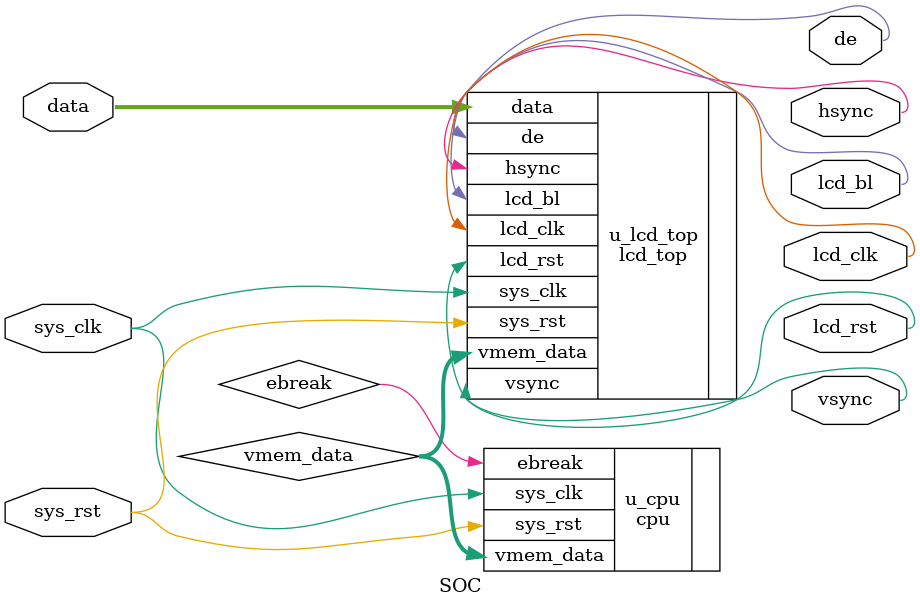
<source format=v>
`timescale 1ns / 1ps


module SOC(input sys_clk,
           input sys_rst,
           output de,
           output hsync,
           output vsync,
           output lcd_clk,
           inout [23:0] data,
           output lcd_rst,
           output lcd_bl);
    wire [63:0]vmem_data;
    cpu u_cpu(
    	.sys_clk (sys_clk ),
        .sys_rst (sys_rst ),
        .vmem_data(vmem_data),
        .ebreak  (ebreak  )
    );
    
    
    lcd_top u_lcd_top(
    .sys_clk (sys_clk),
    .sys_rst (sys_rst),
    .de      (de),
    .vmem_data    (vmem_data),
    .hsync   (hsync),
    .vsync   (vsync),
    .lcd_clk (lcd_clk),
    .data    (data),
    .lcd_rst (lcd_rst),
    .lcd_bl  (lcd_bl)
    );
    
endmodule

</source>
